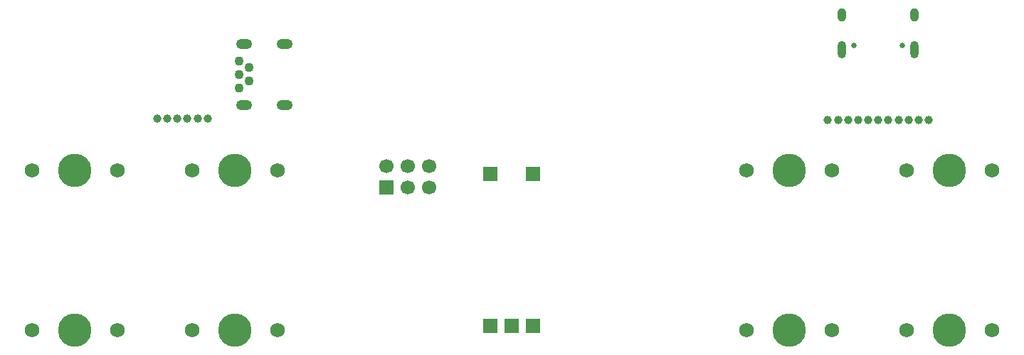
<source format=gbr>
%TF.GenerationSoftware,KiCad,Pcbnew,(5.1.6)-1*%
%TF.CreationDate,2022-02-24T21:40:28-06:00*%
%TF.ProjectId,Pikatea R26 PCB,50696b61-7465-4612-9052-323620504342,rev?*%
%TF.SameCoordinates,Original*%
%TF.FileFunction,Soldermask,Bot*%
%TF.FilePolarity,Negative*%
%FSLAX46Y46*%
G04 Gerber Fmt 4.6, Leading zero omitted, Abs format (unit mm)*
G04 Created by KiCad (PCBNEW (5.1.6)-1) date 2022-02-24 21:40:28*
%MOMM*%
%LPD*%
G01*
G04 APERTURE LIST*
%ADD10O,1.000000X1.600000*%
%ADD11O,1.000000X2.100000*%
%ADD12C,0.650000*%
%ADD13C,1.000000*%
%ADD14C,1.700000*%
%ADD15R,1.700000X1.700000*%
%ADD16O,1.900000X1.200000*%
%ADD17C,1.100000*%
%ADD18C,1.750000*%
%ADD19C,3.987800*%
G04 APERTURE END LIST*
D10*
%TO.C,USB1*%
X170660000Y-82100000D03*
X179300000Y-82100000D03*
D11*
X170660000Y-86280000D03*
X179300000Y-86280000D03*
D12*
X177870000Y-85750000D03*
X172090000Y-85750000D03*
%TD*%
D13*
%TO.C,J4*%
X89200000Y-94500000D03*
X90400000Y-94500000D03*
X91600000Y-94500000D03*
X95200000Y-94500000D03*
X94000000Y-94500000D03*
X92800000Y-94500000D03*
%TD*%
%TO.C,J3*%
X181000000Y-94600000D03*
X169000000Y-94600000D03*
X170200000Y-94600000D03*
X171400000Y-94600000D03*
X172600000Y-94600000D03*
X173800000Y-94600000D03*
X179800000Y-94600000D03*
X178600000Y-94600000D03*
X177400000Y-94600000D03*
X176200000Y-94600000D03*
X175000000Y-94600000D03*
%TD*%
D14*
%TO.C,J1*%
X121590000Y-100130000D03*
X121590000Y-102670000D03*
X119050000Y-100130000D03*
X119050000Y-102670000D03*
X116510000Y-100130000D03*
D15*
X116510000Y-102670000D03*
%TD*%
D16*
%TO.C,J2*%
X99500000Y-85550000D03*
X99500000Y-92850000D03*
D17*
X98900000Y-90800000D03*
X100100000Y-90000000D03*
X98900000Y-89200000D03*
X100100000Y-88400000D03*
X98900000Y-87600000D03*
D16*
X104320000Y-92850000D03*
X104320000Y-85550000D03*
%TD*%
D15*
%TO.C,SW2*%
X128860000Y-101075000D03*
X133940000Y-101075000D03*
X131400000Y-119175000D03*
X128860000Y-119175000D03*
X133940000Y-119175000D03*
%TD*%
D18*
%TO.C,MX_8*%
X188530000Y-100600000D03*
X178370000Y-100600000D03*
D19*
X183450000Y-100600000D03*
%TD*%
D18*
%TO.C,MX_7*%
X169480000Y-100600000D03*
X159320000Y-100600000D03*
D19*
X164400000Y-100600000D03*
%TD*%
D18*
%TO.C,MX_6*%
X169480000Y-119650000D03*
X159320000Y-119650000D03*
D19*
X164400000Y-119650000D03*
%TD*%
D18*
%TO.C,MX_5*%
X103480000Y-119650000D03*
X93320000Y-119650000D03*
D19*
X98400000Y-119650000D03*
%TD*%
D18*
%TO.C,MX_4*%
X103480000Y-100600000D03*
X93320000Y-100600000D03*
D19*
X98400000Y-100600000D03*
%TD*%
%TO.C,MX_3*%
X79350000Y-119650000D03*
D18*
X74270000Y-119650000D03*
X84430000Y-119650000D03*
%TD*%
%TO.C,MX_2*%
X84430000Y-100600000D03*
X74270000Y-100600000D03*
D19*
X79350000Y-100600000D03*
%TD*%
D18*
%TO.C,MX_1*%
X188530000Y-119650000D03*
X178370000Y-119650000D03*
D19*
X183450000Y-119650000D03*
%TD*%
M02*

</source>
